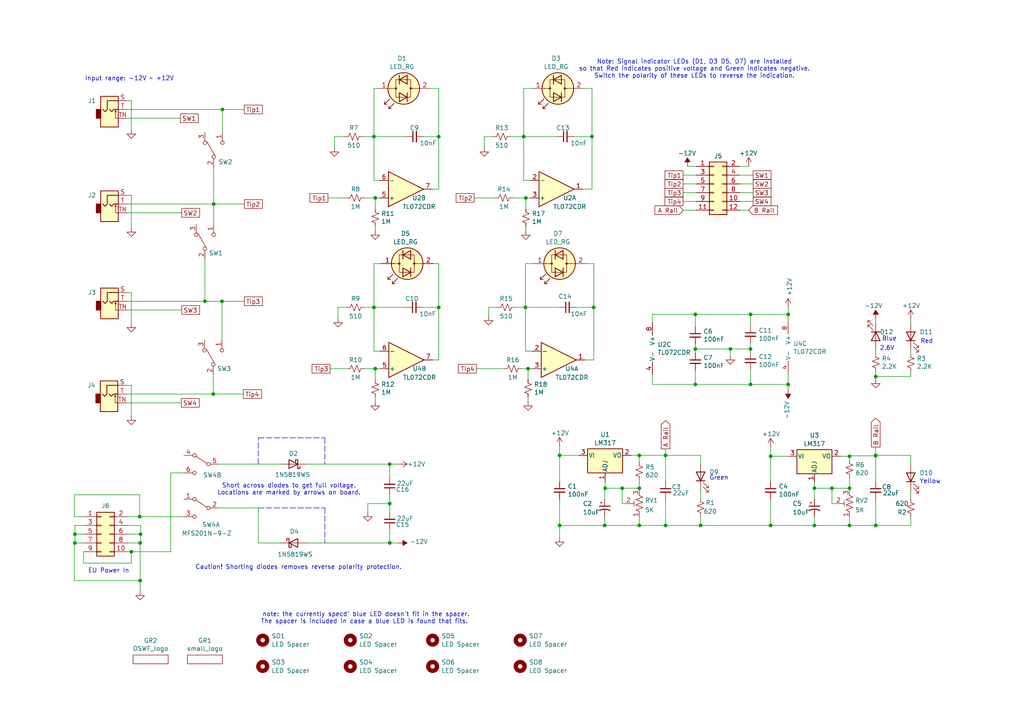
<source format=kicad_sch>
(kicad_sch (version 20231120) (generator "eeschema") (generator_version "8.0")
  (paper "A4")
  (title_block (title "PBJ-EU") (rev "3.2"))
  (junction (at 241.3 141.605))
  (junction (at 113.03 146.05))
  (junction (at 108.458 39.624))
  (junction (at 236.22 152.4))
  (junction (at 61.849 114.3))
  (junction (at 201.676 101.219))
  (junction (at 211.836 101.219))
  (junction (at 175.387 152.4))
  (junction (at 153.162 106.934))
  (junction (at 108.458 89.154))
  (junction (at 246.38 152.4))
  (junction (at 236.22 141.605))
  (junction (at 246.38 141.605))
  (junction (at 21.717 157.48))
  (junction (at 40.64 168.402))
  (junction (at 21.717 154.94))
  (junction (at 185.42 152.4))
  (junction (at 254 152.4))
  (junction (at 64.389 87.376))
  (junction (at 223.52 152.4))
  (junction (at 108.839 57.404))
  (junction (at 40.513 149.86))
  (junction (at 193.04 132.08))
  (junction (at 40.767 154.94))
  (junction (at 113.03 157.48))
  (junction (at 108.839 106.934))
  (junction (at 61.976 59.182))
  (junction (at 162.306 132.08))
  (junction (at 254 132.08))
  (junction (at 64.516 31.75))
  (junction (at 203.2 152.4))
  (junction (at 180.467 141.605))
  (junction (at 228.6 111.506))
  (junction (at 254 132.207))
  (junction (at 40.64 157.48))
  (junction (at 185.42 141.605))
  (junction (at 254 109.22))
  (junction (at 152.527 57.404))
  (junction (at 38.1 160.02))
  (junction (at 228.6 91.186))
  (junction (at 185.42 132.08))
  (junction (at 113.03 134.62))
  (junction (at 162.306 152.4))
  (junction (at 59.436 87.376))
  (junction (at 217.678 111.506))
  (junction (at 172.212 89.154))
  (junction (at 223.52 132.334))
  (junction (at 246.38 132.334))
  (junction (at 127.254 89.154))
  (junction (at 152.4 89.154))
  (junction (at 127.254 39.624))
  (junction (at 193.04 152.4))
  (junction (at 175.514 141.605))
  (junction (at 171.704 39.624))
  (junction (at 217.678 101.219))
  (junction (at 201.676 91.186))
  (junction (at 217.678 91.186))
  (junction (at 201.676 111.506))
  (junction (at 151.892 39.624))
  (wire (pts (xy 254 102.616) (xy 254 101.346)))
  (wire (pts (xy 175.514 141.605) (xy 180.467 141.605)))
  (wire (pts (xy 214.63 50.8) (xy 218.44 50.8)))
  (wire (pts (xy 61.976 59.182) (xy 70.866 59.182)))
  (wire (pts (xy 223.52 129.667) (xy 223.52 132.334)))
  (wire (pts (xy 21.717 154.94) (xy 21.717 157.48)))
  (wire (pts (xy 228.6 108.458) (xy 228.6 111.506)))
  (wire (pts (xy 203.2 149.606) (xy 203.2 152.4)))
  (wire (pts (xy 185.42 152.4) (xy 193.04 152.4)))
  (wire (pts (xy 110.236 101.854) (xy 108.458 101.854)))
  (wire (pts (xy 254 129.667) (xy 254 132.08)))
  (wire (pts (xy 201.676 111.506) (xy 217.678 111.506)))
  (wire (pts (xy 181.61 146.05) (xy 180.467 146.05)))
  (wire (pts (xy 211.836 101.219) (xy 217.678 101.219)))
  (wire (pts (xy 36.83 89.916) (xy 52.705 89.916)))
  (wire (pts (xy 264.16 152.4) (xy 254 152.4)))
  (wire (pts (xy 141.732 89.154) (xy 144.272 89.154)))
  (wire (pts (xy 203.2 132.08) (xy 193.04 132.08)))
  (wire (pts (xy 38.1 29.21) (xy 38.1 37.592)))
  (wire (pts (xy 61.976 59.182) (xy 61.976 65.024)))
  (wire (pts (xy 64.516 31.75) (xy 64.516 38.354)))
  (wire (pts (xy 254 132.08) (xy 254 132.207)))
  (wire (pts (xy 24.257 152.4) (xy 21.717 152.4)))
  (wire (pts (xy 264.16 102.616) (xy 264.16 101.346)))
  (wire (pts (xy 175.387 149.86) (xy 175.387 152.4)))
  (wire (pts (xy 117.729 39.624) (xy 108.458 39.624)))
  (wire (pts (xy 105.664 89.154) (xy 108.458 89.154)))
  (wire (pts (xy 153.162 106.934) (xy 153.162 110.109)))
  (wire (pts (xy 38.1 160.02) (xy 49.53 160.02)))
  (wire (pts (xy 152.527 57.404) (xy 153.797 57.404)))
  (wire (pts (xy 108.458 52.324) (xy 110.109 52.324)))
  (wire (pts (xy 175.514 139.7) (xy 175.514 141.605)))
  (wire (pts (xy 254 152.4) (xy 254 144.78)))
  (wire (pts (xy 172.212 104.394) (xy 169.672 104.394)))
  (wire (pts (xy 36.703 114.3) (xy 61.849 114.3)))
  (wire (pts (xy 108.458 89.154) (xy 117.602 89.154)))
  (wire (pts (xy 21.59 143.51) (xy 40.513 143.51)))
  (wire (pts (xy 167.132 89.154) (xy 172.212 89.154)))
  (wire (pts (xy 108.839 106.934) (xy 108.839 110.109)))
  (wire (pts (xy 169.418 25.654) (xy 171.704 25.654)))
  (wire (pts (xy 106.68 148.59) (xy 106.68 146.05)))
  (wire (pts (xy 217.678 107.188) (xy 217.678 111.506)))
  (wire (pts (xy 64.389 87.376) (xy 70.866 87.376)))
  (wire (pts (xy 49.53 160.02) (xy 49.53 137.16)))
  (wire (pts (xy 185.42 132.08) (xy 185.42 134.112)))
  (wire (pts (xy 38.1 56.642) (xy 38.1 66.04)))
  (wire (pts (xy 36.83 84.836) (xy 38.1 84.836)))
  (wire (pts (xy 138.176 106.934) (xy 146.177 106.934)))
  (wire (pts (xy 201.676 107.442) (xy 201.676 111.506)))
  (wire (pts (xy 217.678 111.506) (xy 228.6 111.506)))
  (wire (pts (xy 38.1 84.836) (xy 38.1 93.726)))
  (wire (pts (xy 97.028 39.624) (xy 100.076 39.624)))
  (wire (pts (xy 153.162 116.459) (xy 153.162 115.189)))
  (polyline (pts (xy 94.234 147.32) (xy 94.234 157.48)) (stroke (width 0) (type dash)))
  (wire (pts (xy 95.123 57.404) (xy 100.584 57.404)))
  (wire (pts (xy 180.467 141.605) (xy 185.42 141.605)))
  (wire (pts (xy 149.352 89.154) (xy 152.4 89.154)))
  (wire (pts (xy 246.38 132.207) (xy 254 132.207)))
  (wire (pts (xy 127.254 54.864) (xy 125.349 54.864)))
  (wire (pts (xy 193.04 152.4) (xy 193.04 144.78)))
  (wire (pts (xy 24.257 160.02) (xy 24.257 163.322)))
  (wire (pts (xy 98.044 89.154) (xy 100.584 89.154)))
  (wire (pts (xy 198.12 53.34) (xy 201.93 53.34)))
  (wire (pts (xy 175.387 152.4) (xy 185.42 152.4)))
  (wire (pts (xy 108.839 57.404) (xy 108.839 60.579)))
  (wire (pts (xy 59.436 87.376) (xy 64.389 87.376)))
  (wire (pts (xy 74.93 147.32) (xy 74.93 157.48)))
  (wire (pts (xy 38.1 111.76) (xy 38.1 120.65)))
  (polyline (pts (xy 74.93 147.32) (xy 94.234 147.32)) (stroke (width 0) (type dash)))
  (wire (pts (xy 201.93 60.96) (xy 198.12 60.96)))
  (wire (pts (xy 162.306 144.78) (xy 162.306 152.4)))
  (wire (pts (xy 140.462 39.624) (xy 143.002 39.624)))
  (wire (pts (xy 108.458 89.154) (xy 108.458 101.854)))
  (wire (pts (xy 148.082 39.624) (xy 151.892 39.624)))
  (wire (pts (xy 108.839 106.934) (xy 110.236 106.934)))
  (wire (pts (xy 264.16 92.456) (xy 264.16 93.726)))
  (wire (pts (xy 201.93 48.26) (xy 199.39 48.26)))
  (wire (pts (xy 36.83 29.21) (xy 38.1 29.21)))
  (wire (pts (xy 36.957 160.02) (xy 38.1 160.02)))
  (polyline (pts (xy 74.93 134.62) (xy 74.93 127)) (stroke (width 0) (type dash)))
  (wire (pts (xy 203.2 134.366) (xy 203.2 132.08)))
  (wire (pts (xy 228.6 111.506) (xy 228.6 113.03)))
  (wire (pts (xy 169.926 76.454) (xy 172.212 76.454)))
  (wire (pts (xy 246.38 132.207) (xy 246.38 132.334)))
  (wire (pts (xy 198.12 50.8) (xy 201.93 50.8)))
  (wire (pts (xy 108.458 76.454) (xy 110.49 76.454)))
  (wire (pts (xy 243.84 132.334) (xy 246.38 132.334)))
  (wire (pts (xy 185.42 132.08) (xy 193.04 132.08)))
  (wire (pts (xy 246.38 152.4) (xy 254 152.4)))
  (wire (pts (xy 171.704 39.624) (xy 171.704 54.864)))
  (wire (pts (xy 236.22 149.86) (xy 236.22 152.4)))
  (wire (pts (xy 175.387 141.605) (xy 175.514 141.605)))
  (wire (pts (xy 108.458 25.654) (xy 108.458 39.624)))
  (polyline (pts (xy 94.234 127) (xy 94.234 134.62)) (stroke (width 0) (type dash)))
  (wire (pts (xy 40.64 157.48) (xy 40.64 168.402)))
  (wire (pts (xy 36.957 149.86) (xy 40.513 149.86)))
  (wire (pts (xy 152.4 76.454) (xy 154.686 76.454)))
  (wire (pts (xy 105.664 57.404) (xy 108.839 57.404)))
  (wire (pts (xy 36.957 152.4) (xy 40.767 152.4)))
  (wire (pts (xy 264.16 142.24) (xy 264.16 144.78)))
  (wire (pts (xy 108.458 25.654) (xy 109.474 25.654)))
  (wire (pts (xy 185.42 139.192) (xy 185.42 141.605)))
  (wire (pts (xy 127.254 76.454) (xy 127.254 89.154)))
  (wire (pts (xy 152.527 66.929) (xy 152.527 65.659)))
  (wire (pts (xy 40.513 149.86) (xy 53.34 149.86)))
  (wire (pts (xy 49.53 137.16) (xy 53.34 137.16)))
  (wire (pts (xy 189.23 93.472) (xy 189.23 91.186)))
  (wire (pts (xy 88.9 134.62) (xy 113.03 134.62)))
  (wire (pts (xy 21.717 152.4) (xy 21.717 154.94)))
  (wire (pts (xy 254 107.696) (xy 254 109.22)))
  (wire (pts (xy 141.732 89.154) (xy 141.732 91.694)))
  (wire (pts (xy 36.83 87.376) (xy 59.436 87.376)))
  (wire (pts (xy 193.04 132.08) (xy 193.04 139.7)))
  (wire (pts (xy 40.767 152.4) (xy 40.767 154.94)))
  (wire (pts (xy 113.03 157.48) (xy 115.57 157.48)))
  (wire (pts (xy 201.676 91.186) (xy 217.678 91.186)))
  (polyline (pts (xy 74.93 127) (xy 94.234 127)) (stroke (width 0) (type dash)))
  (wire (pts (xy 171.704 25.654) (xy 171.704 39.624)))
  (wire (pts (xy 122.809 39.624) (xy 127.254 39.624)))
  (wire (pts (xy 203.2 152.4) (xy 223.52 152.4)))
  (wire (pts (xy 40.64 157.48) (xy 40.767 157.48)))
  (wire (pts (xy 264.16 134.62) (xy 264.16 132.08)))
  (wire (pts (xy 95.758 106.934) (xy 100.584 106.934)))
  (wire (pts (xy 201.676 101.219) (xy 211.836 101.219)))
  (wire (pts (xy 185.42 141.605) (xy 185.42 142.24)))
  (wire (pts (xy 21.59 149.86) (xy 21.59 143.51)))
  (wire (pts (xy 127.254 25.654) (xy 127.254 39.624)))
  (wire (pts (xy 36.83 59.182) (xy 61.976 59.182)))
  (wire (pts (xy 98.044 89.154) (xy 98.044 92.329)))
  (wire (pts (xy 61.849 114.3) (xy 70.612 114.3)))
  (wire (pts (xy 264.16 107.696) (xy 264.16 109.22)))
  (wire (pts (xy 113.03 134.62) (xy 115.57 134.62)))
  (wire (pts (xy 217.678 91.186) (xy 228.6 91.186)))
  (wire (pts (xy 105.156 39.624) (xy 108.458 39.624)))
  (wire (pts (xy 198.12 58.42) (xy 201.93 58.42)))
  (wire (pts (xy 246.38 149.86) (xy 246.38 152.4)))
  (wire (pts (xy 162.306 139.7) (xy 162.306 132.08)))
  (wire (pts (xy 193.04 152.4) (xy 203.2 152.4)))
  (wire (pts (xy 108.458 76.454) (xy 108.458 89.154)))
  (wire (pts (xy 36.83 61.722) (xy 52.705 61.722)))
  (wire (pts (xy 36.703 111.76) (xy 38.1 111.76)))
  (wire (pts (xy 137.541 57.404) (xy 143.637 57.404)))
  (wire (pts (xy 38.1 160.02) (xy 38.1 163.322)))
  (wire (pts (xy 193.04 130.175) (xy 193.04 132.08)))
  (wire (pts (xy 113.03 157.48) (xy 113.03 153.67)))
  (wire (pts (xy 36.957 154.94) (xy 40.767 154.94)))
  (wire (pts (xy 154.432 101.854) (xy 152.4 101.854)))
  (wire (pts (xy 61.849 108.712) (xy 61.849 114.3)))
  (wire (pts (xy 162.306 132.08) (xy 167.894 132.08)))
  (wire (pts (xy 124.714 25.654) (xy 127.254 25.654)))
  (wire (pts (xy 189.23 111.506) (xy 189.23 108.712)))
  (wire (pts (xy 153.162 106.934) (xy 154.432 106.934)))
  (wire (pts (xy 166.497 39.624) (xy 171.704 39.624)))
  (wire (pts (xy 203.2 144.526) (xy 203.2 141.986)))
  (wire (pts (xy 198.12 55.88) (xy 201.93 55.88)))
  (wire (pts (xy 162.306 152.4) (xy 162.306 155.956)))
  (wire (pts (xy 63.5 134.62) (xy 81.28 134.62)))
  (wire (pts (xy 127.254 39.624) (xy 127.254 54.864)))
  (wire (pts (xy 108.458 39.624) (xy 108.458 52.324)))
  (wire (pts (xy 40.513 149.86) (xy 40.513 143.51)))
  (wire (pts (xy 236.22 141.605) (xy 236.22 144.78)))
  (wire (pts (xy 106.68 146.05) (xy 113.03 146.05)))
  (wire (pts (xy 217.678 101.219) (xy 217.678 102.108)))
  (wire (pts (xy 108.839 57.404) (xy 110.109 57.404)))
  (wire (pts (xy 105.664 106.934) (xy 108.839 106.934)))
  (wire (pts (xy 148.717 57.404) (xy 152.527 57.404)))
  (wire (pts (xy 211.836 103.124) (xy 211.836 101.219)))
  (wire (pts (xy 172.212 76.454) (xy 172.212 89.154)))
  (wire (pts (xy 40.767 154.94) (xy 40.767 157.48)))
  (wire (pts (xy 152.4 76.454) (xy 152.4 89.154)))
  (wire (pts (xy 217.678 99.568) (xy 217.678 101.219)))
  (wire (pts (xy 201.676 94.742) (xy 201.676 91.186)))
  (wire (pts (xy 151.892 52.324) (xy 153.797 52.324)))
  (wire (pts (xy 127.254 89.154) (xy 127.254 104.394)))
  (wire (pts (xy 24.257 163.322) (xy 38.1 163.322)))
  (wire (pts (xy 97.028 39.624) (xy 97.028 42.799)))
  (wire (pts (xy 242.57 146.05) (xy 241.3 146.05)))
  (wire (pts (xy 162.052 89.154) (xy 152.4 89.154)))
  (wire (pts (xy 36.957 157.48) (xy 40.64 157.48)))
  (wire (pts (xy 162.306 152.4) (xy 175.387 152.4)))
  (wire (pts (xy 228.6 93.218) (xy 228.6 91.186)))
  (wire (pts (xy 171.704 54.864) (xy 169.037 54.864)))
  (wire (pts (xy 228.6 89.154) (xy 228.6 91.186)))
  (wire (pts (xy 264.16 109.22) (xy 254 109.22)))
  (wire (pts (xy 162.306 129.413) (xy 162.306 132.08)))
  (wire (pts (xy 185.42 149.86) (xy 185.42 152.4)))
  (wire (pts (xy 113.03 138.43) (xy 113.03 134.62)))
  (wire (pts (xy 180.467 141.605) (xy 180.467 146.05)))
  (wire (pts (xy 74.93 157.48) (xy 81.28 157.48)))
  (wire (pts (xy 223.52 132.334) (xy 228.6 132.334)))
  (wire (pts (xy 264.16 149.86) (xy 264.16 152.4)))
  (wire (pts (xy 246.38 132.334) (xy 246.38 133.477)))
  (wire (pts (xy 108.839 116.459) (xy 108.839 115.189)))
  (wire (pts (xy 236.22 152.4) (xy 246.38 152.4)))
  (wire (pts (xy 152.4 89.154) (xy 152.4 101.854)))
  (wire (pts (xy 154.178 25.654) (xy 151.892 25.654)))
  (wire (pts (xy 151.257 106.934) (xy 153.162 106.934)))
  (wire (pts (xy 214.63 58.42) (xy 218.44 58.42)))
  (wire (pts (xy 122.682 89.154) (xy 127.254 89.154)))
  (wire (pts (xy 61.976 48.514) (xy 61.976 59.182)))
  (wire (pts (xy 217.17 60.96) (xy 214.63 60.96)))
  (wire (pts (xy 246.38 138.557) (xy 246.38 141.605)))
  (wire (pts (xy 36.83 56.642) (xy 38.1 56.642)))
  (wire (pts (xy 223.52 132.334) (xy 223.52 139.7)))
  (wire (pts (xy 36.703 116.84) (xy 52.578 116.84)))
  (wire (pts (xy 241.3 146.05) (xy 241.3 141.605)))
  (wire (pts (xy 125.476 104.394) (xy 127.254 104.394)))
  (wire (pts (xy 223.52 152.4) (xy 236.22 152.4)))
  (wire (pts (xy 254 109.22) (xy 254 109.982)))
  (wire (pts (xy 21.59 149.86) (xy 24.257 149.86)))
  (wire (pts (xy 21.59 157.48) (xy 21.59 168.402)))
  (wire (pts (xy 214.63 55.88) (xy 218.44 55.88)))
  (wire (pts (xy 254 93.726) (xy 254 92.456)))
  (wire (pts (xy 241.3 141.605) (xy 246.38 141.605)))
  (wire (pts (xy 217.678 94.488) (xy 217.678 91.186)))
  (wire (pts (xy 125.73 76.454) (xy 127.254 76.454)))
  (wire (pts (xy 175.387 141.605) (xy 175.387 144.78)))
  (wire (pts (xy 223.52 144.78) (xy 223.52 152.4)))
  (wire (pts (xy 59.436 75.184) (xy 59.436 87.376)))
  (wire (pts (xy 64.516 31.75) (xy 70.866 31.75)))
  (wire (pts (xy 40.64 168.402) (xy 40.64 171.45)))
  (wire (pts (xy 183.134 132.08) (xy 185.42 132.08)))
  (wire (pts (xy 113.03 143.51) (xy 113.03 146.05)))
  (wire (pts (xy 24.257 154.94) (xy 21.717 154.94)))
  (wire (pts (xy 151.892 25.654) (xy 151.892 39.624)))
  (wire (pts (xy 140.462 39.624) (xy 140.462 42.799)))
  (wire (pts (xy 172.212 89.154) (xy 172.212 104.394)))
  (wire (pts (xy 217.17 48.26) (xy 214.63 48.26)))
  (wire (pts (xy 236.22 139.954) (xy 236.22 141.605)))
  (wire (pts (xy 264.16 132.08) (xy 254 132.08)))
  (wire (pts (xy 254 132.207) (xy 254 139.7)))
  (wire (pts (xy 236.22 141.605) (xy 241.3 141.605)))
  (wire (pts (xy 189.23 111.506) (xy 201.676 111.506)))
  (wire (pts (xy 21.59 168.402) (xy 40.64 168.402)))
  (wire (pts (xy 64.389 87.376) (xy 64.389 98.552)))
  (wire (pts (xy 108.839 66.929) (xy 108.839 65.659)))
  (wire (pts (xy 88.9 157.48) (xy 113.03 157.48)))
  (wire (pts (xy 201.676 101.219) (xy 201.676 102.362)))
  (wire (pts (xy 214.63 53.34) (xy 218.44 53.34)))
  (wire (pts (xy 36.83 34.29) (xy 52.324 34.29)))
  (wire (pts (xy 24.257 157.48) (xy 21.717 157.48)))
  (wire (pts (xy 63.5 147.32) (xy 74.93 147.32)))
  (wire (pts (xy 161.417 39.624) (xy 151.892 39.624)))
  (wire (pts (xy 201.676 99.822) (xy 201.676 101.219)))
  (wire (pts (xy 189.23 91.186) (xy 201.676 91.186)))
  (wire (pts (xy 246.38 141.605) (xy 246.38 142.24)))
  (wire (pts (xy 36.83 31.75) (xy 64.516 31.75)))
  (wire (pts (xy 152.527 57.404) (xy 152.527 60.579)))
  (wire (pts (xy 21.59 157.48) (xy 21.717 157.48)))
  (wire (pts (xy 113.03 146.05) (xy 113.03 148.59)))
  (wire (pts (xy 151.892 39.624) (xy 151.892 52.324)))
  (text "Green" (at 205.74 139.446 0) (effects (font (size 1.27 1.27)) (justify left bottom)))
  (text "2.6V" (at 257.302 101.092 0) (effects (font (size 1.27 1.27))))
  (text "Note: Signal indicator LEDs (D1, D3 D5, D7) are installed\nso that Red indicates positive voltage and Green indicates negative.\nSwitch the polarity of these LEDs to reverse the indication.\n" (at 201.422 20.066 0) (effects (font (size 1.27 1.27))))
  (text "note: the currently specd' blue LED doesn't fit in the spacer.\nThe spacer is included in case a blue LED is found that fits. " (at 106.172 179.324 0) (effects (font (size 1.27 1.27))))
  (text "Short across diodes to get full voltage.\nLocations are marked by arrows on board." (at 83.82 141.986 0) (effects (font (size 1.27 1.27))))
  (text "Red" (at 266.954 99.822 0) (effects (font (size 1.27 1.27)) (justify left bottom)))
  (text "Blue" (at 255.778 99.06 0) (effects (font (size 1.27 1.27)) (justify left bottom)))
  (text "EU Power In" (at 25.527 166.37 0) (effects (font (size 1.27 1.27)) (justify left bottom)))
  (text "Input range: -12V ~ +12V" (at 24.638 23.622 0) (effects (font (size 1.27 1.27)) (justify left bottom)))
  (text "Caution! Shorting diodes removes reverse polarity protection." (at 86.614 164.592 0) (effects (font (size 1.27 1.27))))
  (text "Yellow" (at 266.7 140.462 0) (effects (font (size 1.27 1.27)) (justify left bottom)))
  (global_label "Tip2" (shape passive) (at 198.12 53.34 180) (property "Intersheetrefs" "${INTERSHEET_REFS}" (effects (hide yes))))
  (global_label "A Rail" (shape output) (at 193.04 130.175 90) (property "Intersheetrefs" "${INTERSHEET_REFS}" (effects (hide yes))))
  (global_label "SW2" (shape passive) (at 52.705 61.722 0) (property "Intersheetrefs" "${INTERSHEET_REFS}" (effects (hide yes))))
  (global_label "SW1" (shape passive) (at 218.44 50.8 0) (property "Intersheetrefs" "${INTERSHEET_REFS}" (effects (hide yes))))
  (global_label "Tip3" (shape passive) (at 95.758 106.934 180) (property "Intersheetrefs" "${INTERSHEET_REFS}" (effects (hide yes))))
  (global_label "SW4" (shape passive) (at 218.44 58.42 0) (property "Intersheetrefs" "${INTERSHEET_REFS}" (effects (hide yes))))
  (global_label "Tip2" (shape passive) (at 137.541 57.404 180) (property "Intersheetrefs" "${INTERSHEET_REFS}" (effects (hide yes))))
  (global_label "Tip1" (shape passive) (at 95.123 57.404 180) (property "Intersheetrefs" "${INTERSHEET_REFS}" (effects (hide yes))))
  (global_label "Tip4" (shape passive) (at 138.176 106.934 180) (property "Intersheetrefs" "${INTERSHEET_REFS}" (effects (hide yes))))
  (global_label "B Rail" (shape input) (at 217.17 60.96 0) (property "Intersheetrefs" "${INTERSHEET_REFS}" (effects (hide yes))))
  (global_label "B Rail" (shape output) (at 254 129.667 90) (property "Intersheetrefs" "${INTERSHEET_REFS}" (effects (hide yes))))
  (global_label "SW2" (shape passive) (at 218.44 53.34 0) (property "Intersheetrefs" "${INTERSHEET_REFS}" (effects (hide yes))))
  (global_label "Tip1" (shape passive) (at 70.866 31.75 0) (property "Intersheetrefs" "${INTERSHEET_REFS}" (effects (hide yes))))
  (global_label "A Rail" (shape input) (at 198.12 60.96 180) (property "Intersheetrefs" "${INTERSHEET_REFS}" (effects (hide yes))))
  (global_label "SW1" (shape passive) (at 52.324 34.29 0) (property "Intersheetrefs" "${INTERSHEET_REFS}" (effects (hide yes))))
  (global_label "Tip2" (shape passive) (at 70.866 59.182 0) (property "Intersheetrefs" "${INTERSHEET_REFS}" (effects (hide yes))))
  (global_label "Tip1" (shape passive) (at 198.12 50.8 180) (property "Intersheetrefs" "${INTERSHEET_REFS}" (effects (hide yes))))
  (global_label "Tip3" (shape passive) (at 70.866 87.376 0) (property "Intersheetrefs" "${INTERSHEET_REFS}" (effects (hide yes))))
  (global_label "Tip4" (shape passive) (at 198.12 58.42 180) (property "Intersheetrefs" "${INTERSHEET_REFS}" (effects (hide yes))))
  (global_label "SW3" (shape passive) (at 218.44 55.88 0) (property "Intersheetrefs" "${INTERSHEET_REFS}" (effects (hide yes))))
  (global_label "SW4" (shape passive) (at 52.578 116.84 0) (property "Intersheetrefs" "${INTERSHEET_REFS}" (effects (hide yes))))
  (global_label "SW3" (shape passive) (at 52.705 89.916 0) (property "Intersheetrefs" "${INTERSHEET_REFS}" (effects (hide yes))))
  (global_label "Tip3" (shape passive) (at 198.12 55.88 180) (property "Intersheetrefs" "${INTERSHEET_REFS}" (effects (hide yes))))
  (global_label "Tip4" (shape passive) (at 70.612 114.3 0) (property "Intersheetrefs" "${INTERSHEET_REFS}" (effects (hide yes))))
  (symbol (lib_id "power:-12V") (at 115.57 157.48 270) (mirror x) (unit 1)
    (property "Reference" "#PWR030" (effects (hide yes)))
    (property "Value" "-12V" (at 118.8212 157.099 90) (effects (justify left)))
  )
  (symbol (lib_id "Device:LED") (at 264.16 138.43 90) (unit 1)
    (property "Reference" "D10" (at 266.7 137.16 90) (effects (justify right)))
    (property "Value" "YELLOW LED" (effects (hide yes)))
    (property "Footprint" "LED_THT:LED_D3.0mm" (effects (hide yes)))
    (property "Digi-Key Part" "732-5010-ND" (effects (hide yes)))
    (property "Other" "https://www.amazon.com/dp/B077J2WJRS/" (effects (hide yes)))
  )
  (symbol (lib_id "Device:C_Small") (at 120.269 39.624 90) (unit 1)
    (property "Reference" "C9" (at 121.539 37.084 90) (effects (justify left)))
    (property "Value" "10nF" (at 126.619 41.529 90) (effects (justify left)))
    (property "Footprint" "Capacitor_SMD:C_0603_1608Metric" (effects (hide yes)))
    (property "Datasheet" "http://datasheets.avx.com/SR-Series.pdf" (effects (hide yes)))
    (property "Digi-Key Part" "490-4778-1-ND" (effects (hide yes)))
    (property "LCSC Part #" "C1589" (effects (hide yes)))
  )
  (symbol (lib_id "Amplifier_Operational:TL072") (at 161.417 54.864 0) (mirror x) (unit 1)
    (property "Reference" "U2" (at 165.227 57.404 0))
    (property "Value" "TL072CDR" (at 165.227 59.944 0))
    (property "Footprint" "Package_SO:SOIC-8_3.9x4.9mm_P1.27mm" (effects (hide yes)))
    (property "Datasheet" "http://www.ti.com/lit/ds/symlink/tl071.pdf" (effects (hide yes)))
    (property "Digi-Key Part" "296-1282-1-ND" (effects (hide yes)))
    (property "LCSC Part #" "C6961" (effects (hide yes)))
  )
  (symbol (lib_id "Connector_Generic:Conn_02x05_Odd_Even") (at 29.337 154.94 0) (unit 1)
    (property "Reference" "J6" (at 30.607 146.685 0))
    (property "Value" "Conn_02x05_Odd_Even" (effects (hide yes)))
    (property "Footprint" "Connector_PinHeader_2.54mm:PinHeader_2x05_P2.54mm_Vertical" (effects (hide yes)))
    (property "Digi-Key Part" "S9169-ND" (effects (hide yes)))
    (property "LCSC Part #" "C492422" (effects (hide yes)))
  )
  (symbol (lib_id "Mechanical:MountingHole") (at 150.876 193.294 0) (unit 1) (exclude_from_sim yes) (on_board no)
    (property "Reference" "SO8" (at 153.416 192.0818 0) (effects (justify left)))
    (property "Value" "LED Spacer" (at 153.416 194.5061 0) (effects (justify left)))
    (property "Description" "Mounting Hole without connection" (effects (hide yes)))
    (property "Digi-Key Part" "732-11596-ND" (effects (hide yes)))
  )
  (symbol (lib_id "Device:C_Small") (at 193.04 142.24 0) (unit 1)
    (property "Reference" "C3" (at 194.818 141.224 0) (effects (justify left)))
    (property "Value" "22uF" (at 195.072 143.002 0) (effects (justify left)))
    (property "Footprint" "Capacitor_SMD:C_0805_2012Metric_Pad1.18x1.45mm_HandSolder" (effects (hide yes)))
    (property "Datasheet" "https://wmsc.lcsc.com/wmsc/upload/file/pdf/v2/lcsc/2304140030_Murata-Electronics-GRM21BR61E226ME44L_C86816.pdf" (effects (hide yes)))
    (property "Digi-Key Part" "1276-7092-1-ND" (effects (hide yes)))
    (property "LCSC Part #" "C45783" (effects (hide yes)))
  )
  (symbol (lib_id "Device:R_Small_US") (at 102.616 39.624 90) (unit 1)
    (property "Reference" "R7" (at 102.616 37.084 90))
    (property "Value" "510" (at 102.616 42.164 90))
    (property "Footprint" "Resistor_SMD:R_0603_1608Metric" (effects (hide yes)))
    (property "Digi-Key Part" "P17401CT-ND" (effects (hide yes)))
    (property "LCSC Part #" "C23193" (effects (hide yes)))
  )
  (symbol (lib_id "Device:CP1_Small") (at 236.22 147.32 0) (unit 1)
    (property "Reference" "C5" (at 229.87 146.05 0) (effects (justify left)))
    (property "Value" "10uF" (at 229.87 148.59 0) (effects (justify left)))
    (property "Footprint" "Capacitor_SMD:C_0805_2012Metric_Pad1.18x1.45mm_HandSolder" (effects (hide yes)))
    (property "Digi-Key Part" "1276-6455-1-ND" (effects (hide yes)))
    (property "LCSC Part #" "C15850" (effects (hide yes)))
  )
  (symbol (lib_id "Amplifier_Operational:TL072") (at 231.14 100.838 0) (unit 3)
    (property "Reference" "U4" (at 230.0732 99.6696 0) (effects (justify left)))
    (property "Value" "TL072CDR" (at 230.0732 101.981 0) (effects (justify left)))
    (property "Footprint" "Package_SO:SOIC-8_3.9x4.9mm_P1.27mm" (effects (hide yes)))
    (property "Datasheet" "http://www.ti.com/lit/ds/symlink/tl071.pdf" (effects (hide yes)))
    (property "Digi-Key Part" "296-1282-1-ND" (effects (hide yes)))
    (property "LCSC Part #" "C6961" (effects (hide yes)))
  )
  (symbol (lib_name "SW_SPDT_1") (lib_id "Switch:SW_SPDT") (at 61.849 103.632 270) (mirror x) (unit 1)
    (property "Reference" "SW3" (at 65.024 106.934 90))
    (property "Value" "SW_SPDT" (effects (hide yes)))
    (property "Footprint" "greenface:SW_Slide_EG1248" (effects (hide yes)))
    (property "Digi-Key Part" "EG1248-ND" (effects (hide yes)))
  )
  (symbol (lib_id "Device:R_Small_US") (at 103.124 106.934 270) (unit 1)
    (property "Reference" "R10" (at 103.124 104.394 90))
    (property "Value" "1M" (at 103.124 109.474 90))
    (property "Footprint" "Resistor_SMD:R_0603_1608Metric" (effects (hide yes)))
    (property "Digi-Key Part" "541-2803-1-ND" (effects (hide yes)))
    (property "LCSC Part #" "C22935" (effects (hide yes)))
  )
  (symbol (lib_name "SW_SPDT_1") (lib_id "Switch:SW_SPDT") (at 61.976 43.434 270) (mirror x) (unit 1)
    (property "Reference" "SW2" (at 65.405 46.99 90))
    (property "Value" "SW_SPDT" (effects (hide yes)))
    (property "Footprint" "greenface:SW_Slide_EG1248" (effects (hide yes)))
    (property "Digi-Key Part" "EG1248-ND" (effects (hide yes)))
  )
  (symbol (lib_id "Mechanical:MountingHole") (at 125.476 193.294 0) (unit 1) (exclude_from_sim yes) (on_board no)
    (property "Reference" "SO6" (at 128.016 192.0818 0) (effects (justify left)))
    (property "Value" "LED Spacer" (at 128.016 194.5061 0) (effects (justify left)))
    (property "Description" "Mounting Hole without connection" (effects (hide yes)))
    (property "Digi-Key Part" "732-11596-ND" (effects (hide yes)))
  )
  (symbol (lib_id "Device:R_Small_US") (at 185.42 136.652 0) (unit 1)
    (property "Reference" "R5" (at 187.1472 135.4836 0) (effects (justify left)))
    (property "Value" "620" (at 187.1472 137.795 0) (effects (justify left)))
    (property "Footprint" "Resistor_SMD:R_0603_1608Metric" (effects (hide yes)))
    (property "Digi-Key Part" "13-MFR-25FTE52-620RCT-ND" (effects (hide yes)))
    (property "LCSC Part #" "C23220" (effects (hide yes)))
  )
  (symbol (lib_id "Device:R_Small_US") (at 108.839 63.119 0) (unit 1)
    (property "Reference" "R11" (at 110.5662 61.9506 0) (effects (justify left)))
    (property "Value" "1M" (at 110.5662 64.262 0) (effects (justify left)))
    (property "Footprint" "Resistor_SMD:R_0603_1608Metric" (effects (hide yes)))
    (property "Digi-Key Part" "541-2803-1-ND" (effects (hide yes)))
    (property "LCSC Part #" "C22935" (effects (hide yes)))
  )
  (symbol (lib_id "power:+12V") (at 228.6 89.154 0) (unit 1)
    (property "Reference" "#PWR06" (effects (hide yes)))
    (property "Value" "+12V" (at 228.981 85.9028 90) (effects (justify left)))
  )
  (symbol (lib_id "power:GND") (at 97.028 42.799 0) (unit 1)
    (property "Reference" "#PWR017" (effects (hide yes)))
    (property "Value" "GND" (effects (hide yes)))
  )
  (symbol (lib_id "Mechanical:MountingHole") (at 101.6 185.674 0) (unit 1) (exclude_from_sim yes) (on_board no)
    (property "Reference" "SO2" (at 104.14 184.4618 0) (effects (justify left)))
    (property "Value" "LED Spacer" (at 104.14 186.8861 0) (effects (justify left)))
    (property "Description" "Mounting Hole without connection" (effects (hide yes)))
    (property "Digi-Key Part" "732-11596-ND" (effects (hide yes)))
  )
  (symbol (lib_id "Device:C_Small") (at 113.03 151.13 0) (mirror x) (unit 1)
    (property "Reference" "C15" (at 114.808 152.146 0) (effects (justify left)))
    (property "Value" "22uF" (at 115.062 150.368 0) (effects (justify left)))
    (property "Footprint" "Capacitor_SMD:C_0805_2012Metric_Pad1.18x1.45mm_HandSolder" (effects (hide yes)))
    (property "Datasheet" "https://wmsc.lcsc.com/wmsc/upload/file/pdf/v2/lcsc/2304140030_Murata-Electronics-GRM21BR61E226ME44L_C86816.pdf" (effects (hide yes)))
    (property "Digi-Key Part" "1276-7092-1-ND" (effects (hide yes)))
    (property "LCSC Part #" "C45783" (effects (hide yes)))
  )
  (symbol (lib_id "power:GND") (at 141.732 91.694 0) (unit 1)
    (property "Reference" "#PWR023" (effects (hide yes)))
    (property "Value" "GND" (effects (hide yes)))
  )
  (symbol (lib_id "Switch:SW_DPDT_x2") (at 58.42 147.32 0) (mirror y) (unit 1)
    (property "Reference" "SW4" (at 61.214 152.146 0))
    (property "Value" "MFS201N-9-Z" (at 59.944 154.686 0))
    (property "Footprint" "greenface:MFS201N−9−Z" (effects (hide yes)))
    (property "Digi-Key Part" "563-1565-ND" (effects (hide yes)))
  )
  (symbol (lib_id "power:GND") (at 140.462 42.799 0) (unit 1)
    (property "Reference" "#PWR022" (effects (hide yes)))
    (property "Value" "GND" (effects (hide yes)))
  )
  (symbol (lib_id "Mechanical:MountingHole") (at 76.2 185.674 0) (unit 1) (exclude_from_sim yes) (on_board no)
    (property "Reference" "SO1" (at 78.74 184.4618 0) (effects (justify left)))
    (property "Value" "LED Spacer" (at 78.74 186.8861 0) (effects (justify left)))
    (property "Description" "Mounting Hole without connection" (effects (hide yes)))
    (property "Digi-Key Part" "732-11596-ND" (effects (hide yes)))
  )
  (symbol (lib_id "Device:R_Potentiometer_Trim_US") (at 185.42 146.05 180) (unit 1)
    (property "Reference" "RV1" (at 187.071 145.1415 0) (effects (justify right)))
    (property "Value" "5K" (at 187.071 147.9166 0) (effects (justify right)))
    (property "Footprint" "Potentiometer_THT:Potentiometer_Bourns_3296W_Vertical" (effects (hide yes)))
    (property "Digi-Key Part" "3296W-502LF-ND" (effects (hide yes)))
  )
  (symbol (lib_id "Mechanical:MountingHole") (at 76.2 193.294 0) (unit 1) (exclude_from_sim yes) (on_board no)
    (property "Reference" "SO3" (at 78.74 192.0818 0) (effects (justify left)))
    (property "Value" "LED Spacer" (at 78.74 194.5061 0) (effects (justify left)))
    (property "Description" "Mounting Hole without connection" (effects (hide yes)))
    (property "Digi-Key Part" "732-11596-ND" (effects (hide yes)))
  )
  (symbol (lib_id "power:-12V") (at 199.39 48.26 0) (mirror y) (unit 1)
    (property "Reference" "#PWR08" (effects (hide yes)))
    (property "Value" "-12V" (at 201.93 44.45 0) (effects (justify left)))
  )
  (symbol (lib_id "Device:C_Small") (at 164.592 89.154 90) (unit 1)
    (property "Reference" "C14" (at 165.862 85.979 90) (effects (justify left)))
    (property "Value" "10nF" (at 170.307 91.059 90) (effects (justify left)))
    (property "Footprint" "Capacitor_SMD:C_0603_1608Metric" (effects (hide yes)))
    (property "Datasheet" "http://datasheets.avx.com/SR-Series.pdf" (effects (hide yes)))
    (property "Digi-Key Part" "490-4778-1-ND" (effects (hide yes)))
    (property "LCSC Part #" "C1589" (effects (hide yes)))
  )
  (symbol (lib_id "power:+12V") (at 162.306 129.413 0) (unit 1)
    (property "Reference" "#PWR013" (effects (hide yes)))
    (property "Value" "+12V" (at 159.766 125.603 0) (effects (justify left)))
  )
  (symbol (lib_id "Mechanical:MountingHole") (at 101.6 193.294 0) (unit 1) (exclude_from_sim yes) (on_board no)
    (property "Reference" "SO4" (at 104.14 192.0818 0) (effects (justify left)))
    (property "Value" "LED Spacer" (at 104.14 194.5061 0) (effects (justify left)))
    (property "Description" "Mounting Hole without connection" (effects (hide yes)))
    (property "Digi-Key Part" "732-11596-ND" (effects (hide yes)))
  )
  (symbol (lib_id "power:+12V") (at 264.16 92.456 0) (unit 1)
    (property "Reference" "#PWR011" (effects (hide yes)))
    (property "Value" "+12V" (at 261.62 88.646 0) (effects (justify left)))
  )
  (symbol (lib_id "Device:C_Small") (at 113.03 140.97 0) (mirror x) (unit 1)
    (property "Reference" "C16" (at 114.808 141.986 0) (effects (justify left)))
    (property "Value" "22uF" (at 115.062 140.208 0) (effects (justify left)))
    (property "Footprint" "Capacitor_SMD:C_0805_2012Metric_Pad1.18x1.45mm_HandSolder" (effects (hide yes)))
    (property "Datasheet" "https://wmsc.lcsc.com/wmsc/upload/file/pdf/v2/lcsc/2304140030_Murata-Electronics-GRM21BR61E226ME44L_C86816.pdf" (effects (hide yes)))
    (property "Digi-Key Part" "1276-7092-1-ND" (effects (hide yes)))
    (property "LCSC Part #" "C45783" (effects (hide yes)))
  )
  (symbol (lib_id "Device:R_Small_US") (at 264.16 105.156 0) (unit 1)
    (property "Reference" "R3" (at 265.8872 103.9876 0) (effects (justify left)))
    (property "Value" "2.2K" (at 265.8872 106.299 0) (effects (justify left)))
    (property "Footprint" "Resistor_SMD:R_0603_1608Metric" (effects (hide yes)))
    (property "Digi-Key Part" "541-10449-1-ND" (effects (hide yes)))
    (property "LCSC Part #" "C4190" (effects (hide yes)))
  )
  (symbol (lib_id "Device:CP1_Small") (at 175.387 147.32 0) (unit 1)
    (property "Reference" "C2" (at 169.037 146.05 0) (effects (justify left)))
    (property "Value" "10uF" (at 169.037 148.59 0) (effects (justify left)))
    (property "Footprint" "Capacitor_SMD:C_0805_2012Metric_Pad1.18x1.45mm_HandSolder" (effects (hide yes)))
    (property "Digi-Key Part" "1276-6455-1-ND" (effects (hide yes)))
    (property "LCSC Part #" "C15850" (effects (hide yes)))
  )
  (symbol (lib_id "Switch:SW_DPDT_x2") (at 58.42 134.62 0) (mirror y) (unit 2)
    (property "Reference" "SW4" (at 61.595 137.795 0))
    (property "Value" "MFS201N-9-Z" (effects (hide yes)))
    (property "Footprint" "greenface:MFS201N−9−Z" (effects (hide yes)))
    (property "Digi-Key Part" "563-1565-ND" (effects (hide yes)))
  )
  (symbol (lib_id "Connector:AudioJack2_SwitchT") (at 31.623 114.3 0) (unit 1)
    (property "Reference" "J4" (at 26.543 111.76 0))
    (property "Value" "Thonk 3.5mm Jack" (effects (hide yes)))
    (property "Footprint" "greenface:Jack_3.5mm_QingPu_WQP-PJ398SM_Vertical" (effects (hide yes)))
    (property "Other" "https://synthcube.com/cart/3.5mm-audio-jacks" (effects (hide yes)))
  )
  (symbol (lib_id "Amplifier_Operational:TL072") (at 191.77 101.092 0) (unit 3)
    (property "Reference" "U2" (at 190.7032 99.9236 0) (effects (justify left)))
    (property "Value" "TL072CDR" (at 190.7032 102.235 0) (effects (justify left)))
    (property "Footprint" "Package_SO:SOIC-8_3.9x4.9mm_P1.27mm" (effects (hide yes)))
    (property "Datasheet" "http://www.ti.com/lit/ds/symlink/tl071.pdf" (effects (hide yes)))
    (property "Digi-Key Part" "296-1282-1-ND" (effects (hide yes)))
    (property "LCSC Part #" "C6961" (effects (hide yes)))
  )
  (symbol (lib_id "power:+12V") (at 223.52 129.667 0) (unit 1)
    (property "Reference" "#PWR016" (effects (hide yes)))
    (property "Value" "+12V" (at 220.98 125.857 0) (effects (justify left)))
  )
  (symbol (lib_id "power:GND") (at 108.839 116.459 0) (unit 1)
    (property "Reference" "#PWR021" (effects (hide yes)))
    (property "Value" "GND" (effects (hide yes)))
  )
  (symbol (lib_id "Device:R_Small_US") (at 254 105.156 0) (unit 1)
    (property "Reference" "R4" (at 255.7272 103.9876 0) (effects (justify left)))
    (property "Value" "2.2K" (at 255.7272 106.299 0) (effects (justify left)))
    (property "Footprint" "Resistor_SMD:R_0603_1608Metric" (effects (hide yes)))
    (property "Digi-Key Part" "541-10449-1-ND" (effects (hide yes)))
    (property "LCSC Part #" "C4190" (effects (hide yes)))
  )
  (symbol (lib_id "Amplifier_Operational:TL072") (at 162.052 104.394 0) (mirror x) (unit 1)
    (property "Reference" "U4" (at 165.862 106.934 0))
    (property "Value" "TL072CDR" (at 165.862 109.474 0))
    (property "Footprint" "Package_SO:SOIC-8_3.9x4.9mm_P1.27mm" (effects (hide yes)))
    (property "Datasheet" "http://www.ti.com/lit/ds/symlink/tl071.pdf" (effects (hide yes)))
    (property "Digi-Key Part" "296-1282-1-ND" (effects (hide yes)))
    (property "LCSC Part #" "C6961" (effects (hide yes)))
  )
  (symbol (lib_id "Device:R_Small_US") (at 203.2 147.066 180) (unit 1)
    (property "Reference" "R1" (at 205.994 145.796 0))
    (property "Value" "620" (at 205.994 148.336 0))
    (property "Footprint" "Resistor_SMD:R_0603_1608Metric" (effects (hide yes)))
    (property "Digi-Key Part" "13-MFR-25FTE52-620RCT-ND" (effects (hide yes)))
    (property "LCSC Part #" "C23220" (effects (hide yes)))
  )
  (symbol (lib_id "Device:R_Small_US") (at 145.542 39.624 90) (unit 1)
    (property "Reference" "R13" (at 145.542 37.084 90))
    (property "Value" "510" (at 145.542 42.164 90))
    (property "Footprint" "Resistor_SMD:R_0603_1608Metric" (effects (hide yes)))
    (property "Digi-Key Part" "P17401CT-ND" (effects (hide yes)))
    (property "LCSC Part #" "C23193" (effects (hide yes)))
  )
  (symbol (lib_id "Device:R_Small_US") (at 148.717 106.934 270) (unit 1)
    (property "Reference" "R16" (at 148.717 104.394 90))
    (property "Value" "1M" (at 148.717 109.474 90))
    (property "Footprint" "Resistor_SMD:R_0603_1608Metric" (effects (hide yes)))
    (property "Digi-Key Part" "541-2803-1-ND" (effects (hide yes)))
    (property "LCSC Part #" "C22935" (effects (hide yes)))
  )
  (symbol (lib_id "Device:C_Small") (at 162.306 142.24 0) (unit 1)
    (property "Reference" "C1" (at 164.6428 141.0716 0) (effects (justify left)))
    (property "Value" "100nF" (at 164.6428 143.383 0) (effects (justify left)))
    (property "Footprint" "Capacitor_SMD:C_0603_1608Metric" (effects (hide yes)))
    (property "Digi-Key Part" "311-1088-1-ND" (effects (hide yes)))
    (property "LCSC Part #" "C14663" (effects (hide yes)))
  )
  (symbol (lib_id "power:GND") (at 162.306 155.956 0) (unit 1)
    (property "Reference" "#PWR010" (effects (hide yes)))
    (property "Value" "GND" (effects (hide yes)))
  )
  (symbol (lib_id "Device:R_Small_US") (at 103.124 57.404 270) (unit 1)
    (property "Reference" "R8" (at 103.124 54.864 90))
    (property "Value" "1M" (at 103.124 59.944 90))
    (property "Footprint" "Resistor_SMD:R_0603_1608Metric" (effects (hide yes)))
    (property "Digi-Key Part" "541-2803-1-ND" (effects (hide yes)))
    (property "LCSC Part #" "C22935" (effects (hide yes)))
  )
  (symbol (lib_id "Device:R_Small_US") (at 108.839 112.649 0) (unit 1)
    (property "Reference" "R12" (at 110.5662 111.4806 0) (effects (justify left)))
    (property "Value" "1M" (at 110.5662 113.792 0) (effects (justify left)))
    (property "Footprint" "Resistor_SMD:R_0603_1608Metric" (effects (hide yes)))
    (property "Digi-Key Part" "541-2803-1-ND" (effects (hide yes)))
    (property "LCSC Part #" "C22935" (effects (hide yes)))
  )
  (symbol (lib_id "Diode:1N5819WS") (at 85.09 157.48 0) (unit 1)
    (property "Reference" "D4" (at 85.344 154.178 0))
    (property "Value" "1N5819WS" (at 85.598 160.782 0))
    (property "Footprint" "Diode_SMD:D_SOD-123" (effects (hide yes)))
    (property "Datasheet" "https://datasheet.lcsc.com/lcsc/2204281430_Guangdong-Hottech-1N5819WS_C191023.pdf" (effects (hide yes)))
    (property "Description" "40V 600mV@1A 1A SOD-323 Schottky Barrier Diodes, SOD-323" (effects (hide yes)))
    (property "LCSC Part #" "C191023" (effects (hide yes)))
  )
  (symbol (lib_id "power:GND") (at 38.1 93.726 0) (unit 1)
    (property "Reference" "#PWR03" (effects (hide yes)))
    (property "Value" "GND" (effects (hide yes)))
  )
  (symbol (lib_id "Device:R_Small_US") (at 246.38 136.017 0) (unit 1)
    (property "Reference" "R6" (at 248.1072 134.8486 0) (effects (justify left)))
    (property "Value" "620" (at 248.1072 137.16 0) (effects (justify left)))
    (property "Footprint" "Resistor_SMD:R_0603_1608Metric" (effects (hide yes)))
    (property "Digi-Key Part" "13-MFR-25FTE52-620RCT-ND" (effects (hide yes)))
    (property "LCSC Part #" "C23220" (effects (hide yes)))
  )
  (symbol (lib_id "Amplifier_Operational:TL072") (at 117.729 54.864 0) (mirror x) (unit 2)
    (property "Reference" "U2" (at 121.539 57.404 0))
    (property "Value" "TL072CDR" (at 121.539 59.944 0))
    (property "Footprint" "Package_SO:SOIC-8_3.9x4.9mm_P1.27mm" (effects (hide yes)))
    (property "Datasheet" "http://www.ti.com/lit/ds/symlink/tl071.pdf" (effects (hide yes)))
    (property "Digi-Key Part" "296-1282-1-ND" (effects (hide yes)))
    (property "LCSC Part #" "C6961" (effects (hide yes)))
  )
  (symbol (lib_id "power:GND") (at 153.162 116.459 0) (unit 1)
    (property "Reference" "#PWR025" (effects (hide yes)))
    (property "Value" "GND" (effects (hide yes)))
  )
  (symbol (lib_id "Device:R_Small_US") (at 153.162 112.649 0) (unit 1)
    (property "Reference" "R18" (at 154.8892 111.4806 0) (effects (justify left)))
    (property "Value" "1M" (at 154.8892 113.792 0) (effects (justify left)))
    (property "Footprint" "Resistor_SMD:R_0603_1608Metric" (effects (hide yes)))
    (property "Digi-Key Part" "541-2803-1-ND" (effects (hide yes)))
    (property "LCSC Part #" "C22935" (effects (hide yes)))
  )
  (symbol (lib_id "Device:LED_Dual_Bidirectional") (at 118.11 76.454 180) (unit 1)
    (property "Reference" "D5" (at 117.6147 67.7375 0))
    (property "Value" "LED_RG" (at 117.6147 70.1618 0))
    (property "Footprint" "LED_THT:LED_D3.0mm" (effects (hide yes)))
    (property "Description" "Dual LED, bidirectional" (effects (hide yes)))
    (property "Digi-Key Part" "754-WP937SURKCGKW-ND" (effects (hide yes)))
  )
  (symbol (lib_id "power:GND") (at 40.64 171.45 0) (unit 1)
    (property "Reference" "#PWR05" (effects (hide yes)))
    (property "Value" "GND" (effects (hide yes)))
  )
  (symbol (lib_id "Device:LED") (at 254 97.536 270) (unit 1)
    (property "Reference" "D12" (at 259.08 96.266 90) (effects (justify right)))
    (property "Value" "BLUE LED" (effects (hide yes)))
    (property "Footprint" "LED_THT:LED_D3.0mm" (effects (hide yes)))
    (property "Digi-Key Part" "732-5011-ND" (effects (hide yes)))
    (property "Other" "https://www.amazon.com/dp/B077J2WJRS/" (effects (hide yes)))
  )
  (symbol (lib_id "greenface:small_logo") (at 43.688 191.262 0) (unit 1) (in_bom no)
    (property "Reference" "GR2" (at 43.688 185.801 0))
    (property "Value" "OSWF_logo" (at 43.688 188.1124 0))
    (property "Footprint" "Symbol:OSHW-Logo2_9.8x8mm_SilkScreen" (effects (hide yes)))
  )
  (symbol (lib_id "Amplifier_Operational:TL072") (at 117.856 104.394 0) (mirror x) (unit 2)
    (property "Reference" "U4" (at 121.666 106.934 0))
    (property "Value" "TL072CDR" (at 121.666 109.474 0))
    (property "Footprint" "Package_SO:SOIC-8_3.9x4.9mm_P1.27mm" (effects (hide yes)))
    (property "Datasheet" "http://www.ti.com/lit/ds/symlink/tl071.pdf" (effects (hide yes)))
    (property "Digi-Key Part" "296-1282-1-ND" (effects (hide yes)))
    (property "LCSC Part #" "C6961" (effects (hide yes)))
  )
  (symbol (lib_id "Device:LED") (at 203.2 138.176 90) (unit 1)
    (property "Reference" "D9" (at 205.74 136.906 90) (effects (justify right)))
    (property "Value" "GREEN LED" (effects (hide yes)))
    (property "Footprint" "LED_THT:LED_D3.0mm" (effects (hide yes)))
    (property "Digi-Key Part" "732-5007-ND" (effects (hide yes)))
    (property "Other" "https://www.amazon.com/dp/B077J2WJRS/" (effects (hide yes)))
  )
  (symbol (lib_id "Device:R_Small_US") (at 103.124 89.154 90) (unit 1)
    (property "Reference" "R9" (at 103.124 86.614 90))
    (property "Value" "510" (at 103.124 91.694 90))
    (property "Footprint" "Resistor_SMD:R_0603_1608Metric" (effects (hide yes)))
    (property "Digi-Key Part" "P17401CT-ND" (effects (hide yes)))
    (property "LCSC Part #" "C23193" (effects (hide yes)))
  )
  (symbol (lib_id "Device:R_Small_US") (at 146.812 89.154 90) (unit 1)
    (property "Reference" "R15" (at 146.812 86.614 90))
    (property "Value" "510" (at 146.812 91.694 90))
    (property "Footprint" "Resistor_SMD:R_0603_1608Metric" (effects (hide yes)))
    (property "Digi-Key Part" "P17401CT-ND" (effects (hide yes)))
    (property "LCSC Part #" "C23193" (effects (hide yes)))
  )
  (symbol (lib_id "Device:C_Small") (at 217.678 104.648 0) (unit 1)
    (property "Reference" "C12" (at 220.0148 103.4796 0) (effects (justify left)))
    (property "Value" "100nF" (at 220.0148 105.791 0) (effects (justify left)))
    (property "Footprint" "Capacitor_SMD:C_0603_1608Metric" (effects (hide yes)))
    (property "Digi-Key Part" "311-1088-1-ND" (effects (hide yes)))
    (property "LCSC Part #" "C14663" (effects (hide yes)))
  )
  (symbol (lib_id "power:+12V") (at 217.17 48.26 0) (mirror y) (unit 1)
    (property "Reference" "#PWR09" (effects (hide yes)))
    (property "Value" "+12V" (at 219.71 44.45 0) (effects (justify left)))
  )
  (symbol (lib_id "power:GND") (at 98.044 92.329 0) (unit 1)
    (property "Reference" "#PWR018" (effects (hide yes)))
    (property "Value" "GND" (effects (hide yes)))
  )
  (symbol (lib_id "Diode:1N5819WS") (at 85.09 134.62 180) (unit 1)
    (property "Reference" "D2" (at 85.09 131.572 0))
    (property "Value" "1N5819WS" (at 84.836 137.668 0))
    (property "Footprint" "Diode_SMD:D_SOD-123" (effects (hide yes)))
    (property "Datasheet" "https://datasheet.lcsc.com/lcsc/2204281430_Guangdong-Hottech-1N5819WS_C191023.pdf" (effects (hide yes)))
    (property "Description" "40V 600mV@1A 1A SOD-323 Schottky Barrier Diodes, SOD-323" (effects (hide yes)))
    (property "LCSC Part #" "C191023" (effects (hide yes)))
  )
  (symbol (lib_id "power:GND") (at 152.527 66.929 0) (unit 1)
    (property "Reference" "#PWR024" (effects (hide yes)))
    (property "Value" "GND" (effects (hide yes)))
  )
  (symbol (lib_id "power:GND") (at 38.1 37.592 0) (unit 1)
    (property "Reference" "#PWR01" (effects (hide yes)))
    (property "Value" "GND" (effects (hide yes)))
  )
  (symbol (lib_id "power:-12V") (at 254 92.456 0) (unit 1)
    (property "Reference" "#PWR032" (effects (hide yes)))
    (property "Value" "-12V" (at 250.698 88.646 0) (effects (justify left)))
  )
  (symbol (lib_id "Mechanical:MountingHole") (at 150.876 185.674 0) (unit 1) (exclude_from_sim yes) (on_board no)
    (property "Reference" "SO7" (at 153.416 184.4618 0) (effects (justify left)))
    (property "Value" "LED Spacer" (at 153.416 186.8861 0) (effects (justify left)))
    (property "Description" "Mounting Hole without connection" (effects (hide yes)))
    (property "Digi-Key Part" "732-11596-ND" (effects (hide yes)))
  )
  (symbol (lib_id "Device:C_Small") (at 120.142 89.154 90) (unit 1)
    (property "Reference" "C10" (at 121.412 86.614 90) (effects (justify left)))
    (property "Value" "10nF" (at 126.492 91.059 90) (effects (justify left)))
    (property "Footprint" "Capacitor_SMD:C_0603_1608Metric" (effects (hide yes)))
    (property "Datasheet" "http://datasheets.avx.com/SR-Series.pdf" (effects (hide yes)))
    (property "Digi-Key Part" "490-4778-1-ND" (effects (hide yes)))
    (property "LCSC Part #" "C1589" (effects (hide yes)))
  )
  (symbol (lib_id "Connector:AudioJack2_SwitchT") (at 31.75 87.376 0) (unit 1)
    (property "Reference" "J3" (at 26.67 84.836 0))
    (property "Value" "Thonk 3.5mm Jack" (effects (hide yes)))
    (property "Footprint" "greenface:Jack_3.5mm_QingPu_WQP-PJ398SM_Vertical" (effects (hide yes)))
    (property "Other" "https://synthcube.com/cart/3.5mm-audio-jacks" (effects (hide yes)))
  )
  (symbol (lib_id "power:GND") (at 38.1 120.65 0) (unit 1)
    (property "Reference" "#PWR04" (effects (hide yes)))
    (property "Value" "GND" (effects (hide yes)))
  )
  (symbol (lib_id "Mechanical:MountingHole") (at 125.476 185.674 0) (unit 1) (exclude_from_sim yes) (on_board no)
    (property "Reference" "SO5" (at 128.016 184.4618 0) (effects (justify left)))
    (property "Value" "LED Spacer" (at 128.016 186.8861 0) (effects (justify left)))
    (property "Description" "Mounting Hole without connection" (effects (hide yes)))
    (property "Digi-Key Part" "732-11596-ND" (effects (hide yes)))
  )
  (symbol (lib_id "Connector:AudioJack2_SwitchT") (at 31.75 31.75 0) (unit 1)
    (property "Reference" "J1" (at 26.67 29.21 0))
    (property "Value" "Thonk 3.5mm Jack" (effects (hide yes)))
    (property "Footprint" "greenface:Jack_3.5mm_QingPu_WQP-PJ398SM_Vertical" (effects (hide yes)))
    (property "Other" "https://synthcube.com/cart/3.5mm-audio-jacks" (effects (hide yes)))
  )
  (symbol (lib_id "Device:C_Small") (at 254 142.24 0) (unit 1)
    (property "Reference" "C8" (at 255.778 141.224 0) (effects (justify left)))
    (property "Value" "22uF" (at 256.032 143.002 0) (effects (justify left)))
    (property "Footprint" "Capacitor_SMD:C_0805_2012Metric_Pad1.18x1.45mm_HandSolder" (effects (hide yes)))
    (property "Datasheet" "https://wmsc.lcsc.com/wmsc/upload/file/pdf/v2/lcsc/2304140030_Murata-Electronics-GRM21BR61E226ME44L_C86816.pdf" (effects (hide yes)))
    (property "Digi-Key Part" "1276-7092-1-ND" (effects (hide yes)))
    (property "LCSC Part #" "C45783" (effects (hide yes)))
  )
  (symbol (lib_id "Device:LED") (at 264.16 97.536 90) (unit 1)
    (property "Reference" "D11" (at 266.7 96.266 90) (effects (justify right)))
    (property "Value" "RED LED" (effects (hide yes)))
    (property "Footprint" "LED_THT:LED_D3.0mm" (effects (hide yes)))
    (property "Digi-Key Part" "732-5005-ND" (effects (hide yes)))
    (property "Other" "https://www.amazon.com/dp/B077J2WJRS/" (effects (hide yes)))
  )
  (symbol (lib_id "power:GND") (at 211.836 103.124 0) (unit 1)
    (property "Reference" "#PWR019" (effects (hide yes)))
    (property "Value" "GND" (effects (hide yes)))
  )
  (symbol (lib_id "Connector_Generic:Conn_02x06_Odd_Even") (at 207.01 53.34 0) (unit 1)
    (property "Reference" "J5" (at 208.28 45.2699 0))
    (property "Value" "Conn_02x06_Odd_Even" (effects (hide yes)))
    (property "Footprint" "Connector_PinHeader_2.54mm:PinHeader_2x06_P2.54mm_Vertical" (effects (hide yes)))
    (property "Description" "Generic connector, double row, 02x06, odd/even pin numbering scheme (row 1 odd numbers, row 2 even numbers), script generated (kicad-library-utils/schlib/autogen/connector/)" (effects (hide yes)))
    (property "Digi-Key Part" "S2211EC-06-ND" (effects (hide yes)))
  )
  (symbol (lib_id "Device:C_Small") (at 163.957 39.624 90) (unit 1)
    (property "Reference" "C13" (at 165.227 37.084 90) (effects (justify left)))
    (property "Value" "10nF" (at 170.307 41.529 90) (effects (justify left)))
    (property "Footprint" "Capacitor_SMD:C_0603_1608Metric" (effects (hide yes)))
    (property "Datasheet" "http://datasheets.avx.com/SR-Series.pdf" (effects (hide yes)))
    (property "Digi-Key Part" "490-4778-1-ND" (effects (hide yes)))
    (property "LCSC Part #" "C1589" (effects (hide yes)))
  )
  (symbol (lib_id "Device:C_Small") (at 223.52 142.24 0) (unit 1)
    (property "Reference" "C4" (at 225.8568 141.0716 0) (effects (justify left)))
    (property "Value" "100nF" (at 225.8568 143.383 0) (effects (justify left)))
    (property "Footprint" "Capacitor_SMD:C_0603_1608Metric" (effects (hide yes)))
    (property "Digi-Key Part" "311-1088-1-ND" (effects (hide yes)))
    (property "LCSC Part #" "C14663" (effects (hide yes)))
  )
  (symbol (lib_id "Device:C_Small") (at 217.678 97.028 0) (unit 1)
    (property "Reference" "C11" (at 220.0148 95.8596 0) (effects (justify left)))
    (property "Value" "100nF" (at 220.0148 98.171 0) (effects (justify left)))
    (property "Footprint" "Capacitor_SMD:C_0603_1608Metric" (effects (hide yes)))
    (property "Digi-Key Part" "311-1088-1-ND" (effects (hide yes)))
    (property "LCSC Part #" "C14663" (effects (hide yes)))
  )
  (symbol (lib_id "power:GND") (at 108.839 66.929 0) (unit 1)
    (property "Reference" "#PWR020" (effects (hide yes)))
    (property "Value" "GND" (effects (hide yes)))
  )
  (symbol (lib_id "power:GND") (at 254 109.982 0) (unit 1)
    (property "Reference" "#PWR014" (effects (hide yes)))
    (property "Value" "GND" (effects (hide yes)))
  )
  (symbol (lib_id "Device:C_Small") (at 201.676 97.282 0) (unit 1)
    (property "Reference" "C6" (at 204.0128 96.1136 0) (effects (justify left)))
    (property "Value" "100nF" (at 204.0128 98.425 0) (effects (justify left)))
    (property "Footprint" "Capacitor_SMD:C_0603_1608Metric" (effects (hide yes)))
    (property "Digi-Key Part" "311-1088-1-ND" (effects (hide yes)))
    (property "LCSC Part #" "C14663" (effects (hide yes)))
  )
  (symbol (lib_id "Device:LED_Dual_Bidirectional") (at 161.798 25.654 180) (unit 1)
    (property "Reference" "D3" (at 161.3027 16.9375 0))
    (property "Value" "LED_RG" (at 161.3027 19.3618 0))
    (property "Footprint" "LED_THT:LED_D3.0mm" (effects (hide yes)))
    (property "Description" "Dual LED, bidirectional" (effects (hide yes)))
    (property "Digi-Key Part" "754-WP937SURKCGKW-ND" (effects (hide yes)))
  )
  (symbol (lib_id "power:+12V") (at 115.57 134.62 270) (mirror x) (unit 1)
    (property "Reference" "#PWR028" (effects (hide yes)))
    (property "Value" "+12V" (at 118.11 134.62 90) (effects (justify left)))
  )
  (symbol (lib_id "Device:R_Small_US") (at 264.16 147.32 0) (unit 1)
    (property "Reference" "R2" (at 261.62 148.59 0))
    (property "Value" "620" (at 261.62 146.05 0))
    (property "Footprint" "Resistor_SMD:R_0603_1608Metric" (effects (hide yes)))
    (property "Digi-Key Part" "13-MFR-25FTE52-620RCT-ND" (effects (hide yes)))
    (property "LCSC Part #" "C23220" (effects (hide yes)))
  )
  (symbol (lib_id "Regulator_Linear:LM317_SOT-223") (at 236.22 132.334 0) (unit 1)
    (property "Reference" "U3" (at 236.22 126.2845 0))
    (property "Value" "LM317" (at 236.22 128.7088 0))
    (property "Footprint" "Package_TO_SOT_SMD:SOT-223-3_TabPin2" (effects (hide yes)))
    (property "Datasheet" "http://www.ti.com/lit/ds/symlink/lm317.pdf" (effects (hide yes)))
    (property "Description" "1.5A 35V Adjustable Linear Regulator, SOT-223" (effects (hide yes)))
    (property "Digi-Key Part" "4518-LM317DCYRCT-ND" (effects (hide yes)))
    (property "LCSC Part #" "C51466" (effects (hide yes)))
  )
  (symbol (lib_id "greenface:small_logo") (at 59.436 191.262 0) (unit 1) (in_bom no)
    (property "Reference" "GR1" (at 59.436 185.801 0))
    (property "Value" "small_logo" (at 59.436 188.1124 0))
    (property "Footprint" "panel:small_face" (effects (hide yes)))
  )
  (symbol (lib_id "power:-12V") (at 228.6 113.03 180) (unit 1)
    (property "Reference" "#PWR07" (effects (hide yes)))
    (property "Value" "-12V" (at 228.219 116.2812 90) (effects (justify left)))
  )
  (symbol (lib_id "power:GND") (at 106.68 148.59 0) (mirror y) (unit 1)
    (property "Reference" "#PWR012" (effects (hide yes)))
    (property "Value" "GND" (effects (hide yes)))
  )
  (symbol (lib_id "Connector:AudioJack2_SwitchT") (at 31.75 59.182 0) (unit 1)
    (property "Reference" "J2" (at 26.67 56.642 0))
    (property "Value" "Thonk 3.5mm Jack" (effects (hide yes)))
    (property "Footprint" "greenface:Jack_3.5mm_QingPu_WQP-PJ398SM_Vertical" (effects (hide yes)))
    (property "Other" "https://synthcube.com/cart/3.5mm-audio-jacks" (effects (hide yes)))
  )
  (symbol (lib_id "Device:LED_Dual_Bidirectional") (at 117.094 25.654 180) (unit 1)
    (property "Reference" "D1" (at 116.5987 16.9375 0))
    (property "Value" "LED_RG" (at 116.5987 19.3618 0))
    (property "Footprint" "LED_THT:LED_D3.0mm" (effects (hide yes)))
    (property "Description" "Dual LED, bidirectional" (effects (hide yes)))
    (property "Digi-Key Part" "754-WP937SURKCGKW-ND" (effects (hide yes)))
  )
  (symbol (lib_name "SW_SPDT_1") (lib_id "Switch:SW_SPDT") (at 59.436 70.104 270) (mirror x) (unit 1)
    (property "Reference" "SW1" (at 62.611 73.406 90))
    (property "Value" "SW_SPDT" (effects (hide yes)))
    (property "Footprint" "greenface:SW_Slide_EG1248" (effects (hide yes)))
    (property "Digi-Key Part" "EG1248-ND" (effects (hide yes)))
  )
  (symbol (lib_id "Device:R_Potentiometer_Trim_US") (at 246.38 146.05 180) (unit 1)
    (property "Reference" "RV2" (at 248.031 145.1415 0) (effects (justify right)))
    (property "Value" "5K" (at 248.031 147.9166 0) (effects (justify right)))
    (property "Footprint" "Potentiometer_THT:Potentiometer_Bourns_3296W_Vertical" (effects (hide yes)))
    (property "Digi-Key Part" "3296W-502LF-ND" (effects (hide yes)))
  )
  (symbol (lib_id "Device:C_Small") (at 201.676 104.902 0) (unit 1)
    (property "Reference" "C7" (at 204.0128 103.7336 0) (effects (justify left)))
    (property "Value" "100nF" (at 204.0128 106.045 0) (effects (justify left)))
    (property "Footprint" "Capacitor_SMD:C_0603_1608Metric" (effects (hide yes)))
    (property "Digi-Key Part" "311-1088-1-ND" (effects (hide yes)))
    (property "LCSC Part #" "C14663" (effects (hide yes)))
  )
  (symbol (lib_id "power:GND") (at 38.1 66.04 0) (unit 1)
    (property "Reference" "#PWR02" (effects (hide yes)))
    (property "Value" "GND" (effects (hide yes)))
  )
  (symbol (lib_id "Device:R_Small_US") (at 152.527 63.119 0) (unit 1)
    (property "Reference" "R17" (at 154.2542 61.9506 0) (effects (justify left)))
    (property "Value" "1M" (at 154.2542 64.262 0) (effects (justify left)))
    (property "Footprint" "Resistor_SMD:R_0603_1608Metric" (effects (hide yes)))
    (property "Digi-Key Part" "541-2803-1-ND" (effects (hide yes)))
    (property "LCSC Part #" "C22935" (effects (hide yes)))
  )
  (symbol (lib_id "Regulator_Linear:LM317_SOT-223") (at 175.514 132.08 0) (unit 1)
    (property "Reference" "U1" (at 175.514 126.0305 0))
    (property "Value" "LM317" (at 175.514 128.4548 0))
    (property "Footprint" "Package_TO_SOT_SMD:SOT-223-3_TabPin2" (effects (hide yes)))
    (property "Datasheet" "http://www.ti.com/lit/ds/symlink/lm317.pdf" (effects (hide yes)))
    (property "Description" "1.5A 35V Adjustable Linear Regulator, SOT-223" (effects (hide yes)))
    (property "Digi-Key Part" "4518-LM317DCYRCT-ND" (effects (hide yes)))
    (property "LCSC Part #" "C51466" (effects (hide yes)))
  )
  (symbol (lib_id "Device:LED_Dual_Bidirectional") (at 162.306 76.454 180) (unit 1)
    (property "Reference" "D7" (at 161.8107 67.7375 0))
    (property "Value" "LED_RG" (at 161.8107 70.1618 0))
    (property "Footprint" "LED_THT:LED_D3.0mm" (effects (hide yes)))
    (property "Description" "Dual LED, bidirectional" (effects (hide yes)))
    (property "Digi-Key Part" "754-WP937SURKCGKW-ND" (effects (hide yes)))
  )
  (symbol (lib_id "Device:R_Small_US") (at 146.177 57.404 270) (unit 1)
    (property "Reference" "R14" (at 146.177 54.864 90))
    (property "Value" "1M" (at 146.177 59.944 90))
    (property "Footprint" "Resistor_SMD:R_0603_1608Metric" (effects (hide yes)))
    (property "Digi-Key Part" "541-2803-1-ND" (effects (hide yes)))
    (property "LCSC Part #" "C22935" (effects (hide yes)))
  )
)
</source>
